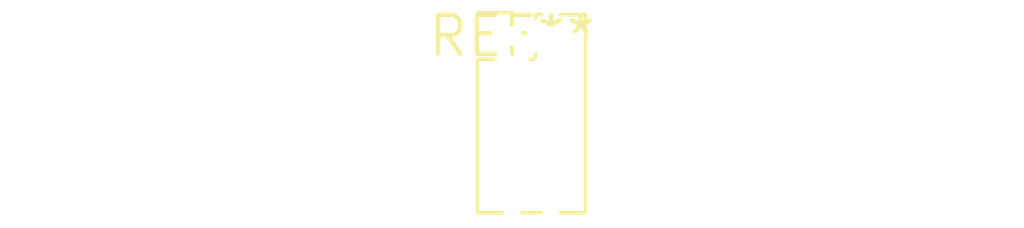
<source format=kicad_pcb>
(kicad_pcb (version 20240108) (generator pcbnew)
  (layers (0 "F.Cu" signal) (31 "B.Cu" signal) (34 "B.Paste" user) (35 "F.Paste" user) (36 "B.SilkS" user "B.Silkscreen") (37 "F.SilkS" user "F.Silkscreen") (38 "B.Mask" user) (39 "F.Mask" user) (44 "Edge.Cuts" user))
  (net 0 "")
  (footprint "PinHeader_2x05_P1.27mm_Vertical" (layer "F.Cu") (at 0 0)
    (property "Reference" "REF**")
    (property "Value" "PinHeader_2x05_P1.27mm_Vertical")
    (fp_line (start -1.13 -0.76) (end 0 -0.76) (layer "F.SilkS") (stroke (width 0.12)))
    (fp_line (start -1.13 0) (end -1.13 -0.76) (layer "F.SilkS") (stroke (width 0.12)))
    (fp_line (start -1.13 0.76) (end -1.13 5.775) (layer "F.SilkS") (stroke (width 0.12)))
    (fp_line (start -1.13 0.76) (end -0.563471 0.76) (layer "F.SilkS") (stroke (width 0.12)))
    (fp_line (start -1.13 5.775) (end -0.30753 5.775) (layer "F.SilkS") (stroke (width 0.12)))
    (fp_line (start 0.30753 5.775) (end 0.96247 5.775) (layer "F.SilkS") (stroke (width 0.12)))
    (fp_line (start 0.563471 0.76) (end 0.706529 0.76) (layer "F.SilkS") (stroke (width 0.12)))
    (fp_line (start 0.76 -0.695) (end 0.96247 -0.695) (layer "F.SilkS") (stroke (width 0.12)))
    (fp_line (start 0.76 -0.563471) (end 0.76 -0.695) (layer "F.SilkS") (stroke (width 0.12)))
    (fp_line (start 0.76 0.706529) (end 0.76 0.563471) (layer "F.SilkS") (stroke (width 0.12)))
    (fp_line (start 1.57753 -0.695) (end 2.4 -0.695) (layer "F.SilkS") (stroke (width 0.12)))
    (fp_line (start 1.57753 5.775) (end 2.4 5.775) (layer "F.SilkS") (stroke (width 0.12)))
    (fp_line (start 2.4 -0.695) (end 2.4 5.775) (layer "F.SilkS") (stroke (width 0.12)))
    (pad "1" thru_hole rect (at 0 0) (size 1 1) (drill 0.65) (layers *.Cu *.Mask) (remove_unused_layers))
    (pad "2" thru_hole oval (at 1.27 0) (size 1 1) (drill 0.65) (layers *.Cu *.Mask) (remove_unused_layers))
    (pad "3" thru_hole oval (at 0 1.27) (size 1 1) (drill 0.65) (layers *.Cu *.Mask) (remove_unused_layers))
    (pad "4" thru_hole oval (at 1.27 1.27) (size 1 1) (drill 0.65) (layers *.Cu *.Mask) (remove_unused_layers))
    (pad "5" thru_hole oval (at 0 2.54) (size 1 1) (drill 0.65) (layers *.Cu *.Mask) (remove_unused_layers))
    (pad "6" thru_hole oval (at 1.27 2.54) (size 1 1) (drill 0.65) (layers *.Cu *.Mask) (remove_unused_layers))
    (pad "7" thru_hole oval (at 0 3.81) (size 1 1) (drill 0.65) (layers *.Cu *.Mask) (remove_unused_layers))
    (pad "8" thru_hole oval (at 1.27 3.81) (size 1 1) (drill 0.65) (layers *.Cu *.Mask) (remove_unused_layers))
    (pad "9" thru_hole oval (at 0 5.08) (size 1 1) (drill 0.65) (layers *.Cu *.Mask) (remove_unused_layers))
    (pad "10" thru_hole oval (at 1.27 5.08) (size 1 1) (drill 0.65) (layers *.Cu *.Mask) (remove_unused_layers))
  )
)
</source>
